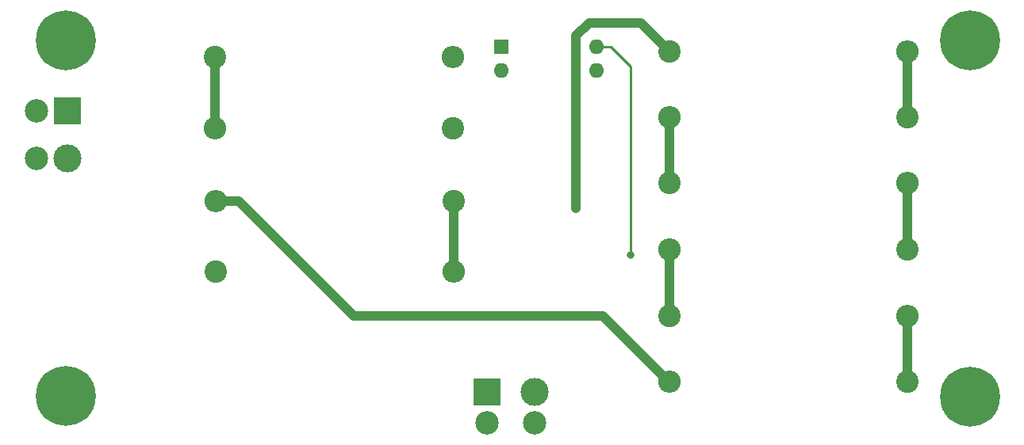
<source format=gbr>
G04 #@! TF.GenerationSoftware,KiCad,Pcbnew,(5.1.5)-3*
G04 #@! TF.CreationDate,2020-09-18T03:11:52-03:00*
G04 #@! TF.ProjectId,AIL,41494c2e-6b69-4636-9164-5f7063625858,rev?*
G04 #@! TF.SameCoordinates,Original*
G04 #@! TF.FileFunction,Copper,L2,Bot*
G04 #@! TF.FilePolarity,Positive*
%FSLAX46Y46*%
G04 Gerber Fmt 4.6, Leading zero omitted, Abs format (unit mm)*
G04 Created by KiCad (PCBNEW (5.1.5)-3) date 2020-09-18 03:11:52*
%MOMM*%
%LPD*%
G04 APERTURE LIST*
%ADD10O,2.400000X2.400000*%
%ADD11C,2.400000*%
%ADD12R,1.600000X1.600000*%
%ADD13O,1.600000X1.600000*%
%ADD14C,0.800000*%
%ADD15C,6.400000*%
%ADD16R,3.000000X3.000000*%
%ADD17C,3.000000*%
%ADD18C,2.500000*%
%ADD19C,1.000000*%
%ADD20C,0.250000*%
G04 APERTURE END LIST*
D10*
X135597900Y-127894080D03*
D11*
X160997900Y-127894080D03*
D10*
X87127080Y-108549440D03*
D11*
X112527080Y-108549440D03*
X87078081Y-93180841D03*
D10*
X112478081Y-93180841D03*
D11*
X87116481Y-116104041D03*
D10*
X112516481Y-116104041D03*
X87076280Y-100777040D03*
D11*
X112476280Y-100777040D03*
X135597900Y-120832880D03*
D10*
X160997900Y-120832880D03*
X135597900Y-113771680D03*
D11*
X160997900Y-113771680D03*
X135597900Y-106608880D03*
D10*
X160997900Y-106608880D03*
D11*
X160997900Y-99598480D03*
D10*
X135597900Y-99598480D03*
X160997900Y-92588080D03*
D11*
X135597900Y-92588080D03*
D12*
X117589300Y-92054680D03*
D13*
X127749300Y-94594680D03*
X117589300Y-94594680D03*
X127749300Y-92054680D03*
D14*
X169337056Y-127842944D03*
X167640000Y-127140000D03*
X165942944Y-127842944D03*
X165240000Y-129540000D03*
X165942944Y-131237056D03*
X167640000Y-131940000D03*
X169337056Y-131237056D03*
X170040000Y-129540000D03*
D15*
X167640000Y-129540000D03*
X167640000Y-91440000D03*
D14*
X170040000Y-91440000D03*
X169337056Y-93137056D03*
X167640000Y-93840000D03*
X165942944Y-93137056D03*
X165240000Y-91440000D03*
X165942944Y-89742944D03*
X167640000Y-89040000D03*
X169337056Y-89742944D03*
X72834836Y-127736264D03*
X71137780Y-127033320D03*
X69440724Y-127736264D03*
X68737780Y-129433320D03*
X69440724Y-131130376D03*
X71137780Y-131833320D03*
X72834836Y-131130376D03*
X73537780Y-129433320D03*
D15*
X71137780Y-129433320D03*
X71120000Y-91440000D03*
D14*
X73520000Y-91440000D03*
X72817056Y-93137056D03*
X71120000Y-93840000D03*
X69422944Y-93137056D03*
X68720000Y-91440000D03*
X69422944Y-89742944D03*
X71120000Y-89040000D03*
X72817056Y-89742944D03*
D16*
X71272400Y-98907600D03*
D17*
X71272400Y-104034600D03*
D18*
X67970400Y-98907600D03*
X67970400Y-104038400D03*
X121208800Y-132283200D03*
X116078000Y-132283200D03*
D17*
X121205000Y-128981200D03*
D16*
X116078000Y-128981200D03*
D14*
X125577600Y-109321596D03*
X131445000Y-114363500D03*
D19*
X127000000Y-89509600D02*
X125577600Y-90932000D01*
X125577600Y-108755911D02*
X125577600Y-109321596D01*
X135597900Y-92588080D02*
X132519420Y-89509600D01*
X132519420Y-89509600D02*
X127000000Y-89509600D01*
X125577600Y-90932000D02*
X125577600Y-108755911D01*
X112527080Y-116093442D02*
X112516481Y-116104041D01*
X112527080Y-108549440D02*
X112527080Y-116093442D01*
X87078081Y-100775239D02*
X87076280Y-100777040D01*
X87078081Y-93180841D02*
X87078081Y-100775239D01*
D20*
X131445000Y-114363500D02*
X131445000Y-94170500D01*
X129329180Y-92054680D02*
X127749300Y-92054680D01*
X131445000Y-94170500D02*
X129329180Y-92054680D01*
D19*
X160997900Y-120832880D02*
X160997900Y-127894080D01*
X135597900Y-113771680D02*
X135597900Y-120832880D01*
X160997900Y-106608880D02*
X160997900Y-113771680D01*
X135597900Y-99598480D02*
X135597900Y-106608880D01*
X160997900Y-92588080D02*
X160997900Y-99598480D01*
X135450580Y-127894080D02*
X135597900Y-127894080D01*
X135514080Y-127894080D02*
X135597900Y-127894080D01*
X101917500Y-120840500D02*
X128460500Y-120840500D01*
X128460500Y-120840500D02*
X135514080Y-127894080D01*
X87127080Y-108549440D02*
X89626440Y-108549440D01*
X89626440Y-108549440D02*
X101917500Y-120840500D01*
M02*

</source>
